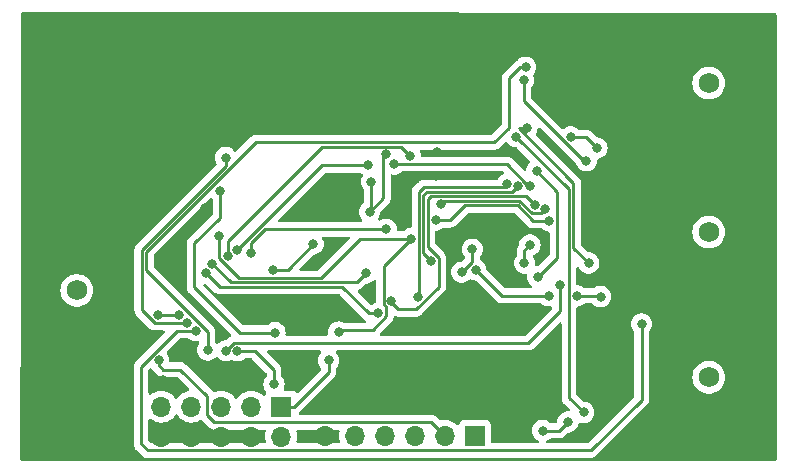
<source format=gbl>
G04 #@! TF.GenerationSoftware,KiCad,Pcbnew,8.0.1*
G04 #@! TF.CreationDate,2024-04-29T17:35:38+03:00*
G04 #@! TF.ProjectId,esc,6573632e-6b69-4636-9164-5f7063625858,rev?*
G04 #@! TF.SameCoordinates,Original*
G04 #@! TF.FileFunction,Copper,L4,Bot*
G04 #@! TF.FilePolarity,Positive*
%FSLAX46Y46*%
G04 Gerber Fmt 4.6, Leading zero omitted, Abs format (unit mm)*
G04 Created by KiCad (PCBNEW 8.0.1) date 2024-04-29 17:35:38*
%MOMM*%
%LPD*%
G01*
G04 APERTURE LIST*
G04 #@! TA.AperFunction,ComponentPad*
%ADD10C,1.755000*%
G04 #@! TD*
G04 #@! TA.AperFunction,ComponentPad*
%ADD11R,1.700000X1.700000*%
G04 #@! TD*
G04 #@! TA.AperFunction,ComponentPad*
%ADD12O,1.700000X1.700000*%
G04 #@! TD*
G04 #@! TA.AperFunction,ViaPad*
%ADD13C,0.800000*%
G04 #@! TD*
G04 #@! TA.AperFunction,Conductor*
%ADD14C,0.250000*%
G04 #@! TD*
G04 APERTURE END LIST*
D10*
X104250000Y-62900000D03*
X104250000Y-50600000D03*
X104250000Y-38000000D03*
X50500000Y-64750000D03*
X50750000Y-55550000D03*
D11*
X84460000Y-67850000D03*
D12*
X81920000Y-67850000D03*
X79380000Y-67850000D03*
X76840000Y-67850000D03*
X74300000Y-67850000D03*
X71760000Y-67850000D03*
D11*
X68065000Y-65385000D03*
D12*
X68065000Y-67925000D03*
X65525000Y-65385000D03*
X65525000Y-67925000D03*
X62985000Y-65385000D03*
X62985000Y-67925000D03*
X60445000Y-65385000D03*
X60445000Y-67925000D03*
X57905000Y-65385000D03*
X57905000Y-67925000D03*
D13*
X72750000Y-64750000D03*
X72810000Y-56870000D03*
X61200000Y-61925000D03*
X81175000Y-45900000D03*
X75625000Y-55875000D03*
X58050000Y-63150000D03*
X80725000Y-58400000D03*
X81225000Y-43850000D03*
X58625000Y-53775000D03*
X71800000Y-64750000D03*
X73850000Y-48400000D03*
X61600000Y-48590000D03*
X71975000Y-52550000D03*
X70630000Y-61380000D03*
X94800000Y-43500000D03*
X89780000Y-54410000D03*
X92570000Y-42550000D03*
X89680000Y-45460000D03*
X84520000Y-53790000D03*
X95100000Y-56075000D03*
X90700000Y-56000000D03*
X93100000Y-56000000D03*
X60110803Y-58311500D03*
X93900000Y-44575000D03*
X88580000Y-37750000D03*
X63350000Y-44300000D03*
X62188300Y-53285603D03*
X75240000Y-54076500D03*
X63541034Y-52658966D03*
X78970000Y-44180000D03*
X65493000Y-52350000D03*
X76950000Y-50360000D03*
X76278534Y-57496466D03*
X61683196Y-54068873D03*
X62825000Y-50950000D03*
X72925000Y-59075000D03*
X79070000Y-51160000D03*
X72075000Y-61475000D03*
X64350000Y-52150000D03*
X75450000Y-44941500D03*
X94100000Y-53225000D03*
X88860000Y-41810000D03*
X88660000Y-53230000D03*
X89114491Y-51688500D03*
X83350000Y-54000000D03*
X84240000Y-52060000D03*
X87970000Y-42520000D03*
X93660000Y-65875000D03*
X60845653Y-58963000D03*
X98575000Y-58400000D03*
X67338000Y-53800000D03*
X75700000Y-46330000D03*
X75540000Y-48910000D03*
X76900000Y-44031500D03*
X70760000Y-51630000D03*
X81127500Y-49600000D03*
X90760000Y-49640000D03*
X81610000Y-48230500D03*
X90414256Y-48665517D03*
X77398000Y-56452221D03*
X89530000Y-48340000D03*
X89090000Y-46670000D03*
X77634138Y-44838777D03*
X88086095Y-46688479D03*
X80740000Y-53060000D03*
X79620000Y-56080000D03*
X87170000Y-46550000D03*
X57688500Y-61440000D03*
X57620000Y-57659500D03*
X59400000Y-57660000D03*
X61850000Y-60590000D03*
X88750000Y-36650000D03*
X63391500Y-60650000D03*
X91650000Y-55125000D03*
X92330000Y-66690000D03*
X90200000Y-67420000D03*
X67450000Y-63500000D03*
X64337272Y-60651336D03*
X67525000Y-59125000D03*
X62875000Y-47150000D03*
D14*
X56200000Y-62006432D02*
X59243432Y-58963000D01*
X56200000Y-68550000D02*
X56200000Y-62006432D01*
X56750000Y-69100000D02*
X56200000Y-68550000D01*
X94270000Y-69100000D02*
X56750000Y-69100000D01*
X59243432Y-58963000D02*
X60845653Y-58963000D01*
X98575000Y-64795000D02*
X94270000Y-69100000D01*
X98575000Y-58400000D02*
X98575000Y-64795000D01*
X61850000Y-59045279D02*
X61850000Y-60590000D01*
X56640000Y-53835279D02*
X61850000Y-59045279D01*
X56640000Y-52260000D02*
X56640000Y-53835279D01*
X65897000Y-43003000D02*
X56640000Y-52260000D01*
X86117000Y-43003000D02*
X65897000Y-43003000D01*
X87350000Y-41770000D02*
X86117000Y-43003000D01*
X88300000Y-36650000D02*
X87350000Y-37600000D01*
X88750000Y-36650000D02*
X88300000Y-36650000D01*
X87350000Y-37600000D02*
X87350000Y-41770000D01*
X64350000Y-52150000D02*
X64350000Y-52137932D01*
X64350000Y-52137932D02*
X71546432Y-44941500D01*
X71546432Y-44941500D02*
X75450000Y-44941500D01*
X63541034Y-51368966D02*
X71530000Y-43380000D01*
X63541034Y-52658966D02*
X63541034Y-51368966D01*
X71530000Y-43380000D02*
X78170000Y-43380000D01*
X78170000Y-43380000D02*
X78970000Y-44180000D01*
X74750000Y-51160000D02*
X79070000Y-51160000D01*
X71417000Y-54493000D02*
X74750000Y-51160000D01*
X64453000Y-54493000D02*
X71417000Y-54493000D01*
X62800000Y-52840000D02*
X64453000Y-54493000D01*
X62800000Y-50975000D02*
X62800000Y-52840000D01*
X62825000Y-50950000D02*
X62800000Y-50975000D01*
X66661090Y-50360000D02*
X76950000Y-50360000D01*
X65493000Y-51528090D02*
X66661090Y-50360000D01*
X65493000Y-52350000D02*
X65493000Y-51528090D01*
X91412000Y-47192000D02*
X89680000Y-45460000D01*
X91412000Y-52778000D02*
X91412000Y-47192000D01*
X93850000Y-42550000D02*
X94800000Y-43500000D01*
X92570000Y-42550000D02*
X93850000Y-42550000D01*
X89780000Y-54410000D02*
X91412000Y-52778000D01*
X90700000Y-56000000D02*
X86730000Y-56000000D01*
X95025000Y-56000000D02*
X93100000Y-56000000D01*
X95100000Y-56075000D02*
X95025000Y-56000000D01*
X86730000Y-56000000D02*
X84520000Y-53790000D01*
X56263000Y-52103842D02*
X56263000Y-57224568D01*
X57349932Y-58311500D02*
X60110803Y-58311500D01*
X63350000Y-44300000D02*
X63350000Y-45016842D01*
X93672932Y-44575000D02*
X88580000Y-39482068D01*
X63350000Y-45016842D02*
X56263000Y-52103842D01*
X56263000Y-57224568D02*
X57349932Y-58311500D01*
X93900000Y-44575000D02*
X93672932Y-44575000D01*
X88580000Y-39482068D02*
X88580000Y-37750000D01*
X63772697Y-54870000D02*
X74446500Y-54870000D01*
X62188300Y-53285603D02*
X63772697Y-54870000D01*
X74446500Y-54870000D02*
X75240000Y-54076500D01*
X76278534Y-57496466D02*
X75496466Y-57496466D01*
X62861323Y-55247000D02*
X61683196Y-54068873D01*
X73247000Y-55247000D02*
X62861323Y-55247000D01*
X75496466Y-57496466D02*
X73247000Y-55247000D01*
X72925000Y-59075000D02*
X73100000Y-58900000D01*
X68065000Y-65385000D02*
X69165000Y-65385000D01*
X76949355Y-57747713D02*
X76949355Y-56925644D01*
X76746000Y-56722289D02*
X76746000Y-53484000D01*
X75797068Y-58900000D02*
X76949355Y-57747713D01*
X76949355Y-56925644D02*
X76746000Y-56722289D01*
X69165000Y-65385000D02*
X72075000Y-62475000D01*
X73100000Y-58900000D02*
X75797068Y-58900000D01*
X76746000Y-53484000D02*
X79070000Y-51160000D01*
X72075000Y-62475000D02*
X72075000Y-61475000D01*
X92802000Y-51927000D02*
X92802000Y-46429932D01*
X92802000Y-46429932D02*
X88182068Y-41810000D01*
X88182068Y-41810000D02*
X88860000Y-41810000D01*
X94100000Y-53225000D02*
X92802000Y-51927000D01*
X88660000Y-53230000D02*
X88660000Y-52142991D01*
X88660000Y-52142991D02*
X89114491Y-51688500D01*
X84240000Y-53110000D02*
X83350000Y-54000000D01*
X84240000Y-52060000D02*
X84240000Y-53110000D01*
X92425000Y-46975000D02*
X87970000Y-42520000D01*
X93660000Y-65875000D02*
X92425000Y-64640000D01*
X92425000Y-64640000D02*
X92425000Y-46975000D01*
X76900000Y-44031500D02*
X76690000Y-44241500D01*
X75700000Y-46330000D02*
X75700000Y-48750000D01*
X67338000Y-53800000D02*
X68600000Y-53800000D01*
X76690000Y-44241500D02*
X76690000Y-47760000D01*
X75700000Y-48750000D02*
X75635000Y-48815000D01*
X70760000Y-51640000D02*
X70760000Y-51630000D01*
X68600000Y-53800000D02*
X70760000Y-51640000D01*
X76690000Y-47760000D02*
X75635000Y-48815000D01*
X75540000Y-48910000D02*
X75635000Y-48815000D01*
X82352568Y-49600000D02*
X83619568Y-48333000D01*
X81127500Y-49600000D02*
X82352568Y-49600000D01*
X88067774Y-48333000D02*
X89374774Y-49640000D01*
X83619568Y-48333000D02*
X88067774Y-48333000D01*
X89374774Y-49640000D02*
X90760000Y-49640000D01*
X81610000Y-48230500D02*
X81884500Y-47956000D01*
X88223932Y-47956000D02*
X89259932Y-48992000D01*
X81884500Y-47956000D02*
X88223932Y-47956000D01*
X89259932Y-48992000D02*
X90087773Y-48992000D01*
X90087773Y-48992000D02*
X90414256Y-48665517D01*
X79482068Y-57140000D02*
X81392000Y-55230068D01*
X80476000Y-47814000D02*
X80711000Y-47579000D01*
X77398000Y-56452221D02*
X77398000Y-56558000D01*
X88769000Y-47579000D02*
X89530000Y-48340000D01*
X80711000Y-47579000D02*
X88769000Y-47579000D01*
X81392000Y-52789932D02*
X80476000Y-51873932D01*
X77398000Y-56558000D02*
X77980000Y-57140000D01*
X81392000Y-55230068D02*
X81392000Y-52789932D01*
X77980000Y-57140000D02*
X79482068Y-57140000D01*
X80476000Y-51873932D02*
X80476000Y-47814000D01*
X88738095Y-46418411D02*
X87158461Y-44838777D01*
X87158461Y-44838777D02*
X77634138Y-44838777D01*
X89090000Y-46670000D02*
X88838411Y-46418411D01*
X88838411Y-46418411D02*
X88738095Y-46418411D01*
X80378000Y-47202000D02*
X87572574Y-47202000D01*
X80099000Y-47481000D02*
X80378000Y-47202000D01*
X80740000Y-53060000D02*
X80099000Y-52419000D01*
X80099000Y-52419000D02*
X80099000Y-47481000D01*
X87572574Y-47202000D02*
X88086095Y-46688479D01*
X79722000Y-55978000D02*
X79620000Y-56080000D01*
X79722000Y-47218000D02*
X79722000Y-55978000D01*
X87170000Y-46550000D02*
X86908160Y-46811840D01*
X80128160Y-46811840D02*
X79722000Y-47218000D01*
X86908160Y-46811840D02*
X80128160Y-46811840D01*
X57688500Y-61440000D02*
X57688500Y-61888500D01*
X57620500Y-57660000D02*
X59400000Y-57660000D01*
X61775000Y-64500000D02*
X61775000Y-66075000D01*
X59525000Y-62250000D02*
X61775000Y-64500000D01*
X59258000Y-57802000D02*
X59400000Y-57660000D01*
X61775000Y-66075000D02*
X62400000Y-66700000D01*
X62400000Y-66700000D02*
X80770000Y-66700000D01*
X57688500Y-61888500D02*
X58050000Y-62250000D01*
X57620000Y-57659500D02*
X57620500Y-57660000D01*
X80770000Y-66700000D02*
X81920000Y-67850000D01*
X58050000Y-62250000D02*
X59525000Y-62250000D01*
X91650000Y-57332068D02*
X88982732Y-59999336D01*
X88982732Y-59999336D02*
X64067204Y-59999336D01*
X64067204Y-59999336D02*
X63416540Y-60650000D01*
X63416540Y-60650000D02*
X63391500Y-60650000D01*
X91650000Y-55125000D02*
X91650000Y-57332068D01*
X67450000Y-62295536D02*
X65805800Y-60651336D01*
X67450000Y-63500000D02*
X67450000Y-62295536D01*
X90200000Y-67420000D02*
X91600000Y-67420000D01*
X65805800Y-60651336D02*
X64337272Y-60651336D01*
X91600000Y-67420000D02*
X92330000Y-66690000D01*
X60675000Y-51575000D02*
X62875000Y-49375000D01*
X64550000Y-59125000D02*
X60675000Y-55250000D01*
X62875000Y-49375000D02*
X62875000Y-47150000D01*
X60675000Y-55250000D02*
X60675000Y-51575000D01*
X67525000Y-59125000D02*
X64550000Y-59125000D01*
G04 #@! TA.AperFunction,Conductor*
G36*
X59259855Y-66051546D02*
G01*
X59276575Y-66070842D01*
X59376913Y-66214140D01*
X59406505Y-66256401D01*
X59573599Y-66423495D01*
X59645346Y-66473733D01*
X59767165Y-66559032D01*
X59767167Y-66559033D01*
X59767170Y-66559035D01*
X59981337Y-66658903D01*
X59981343Y-66658904D01*
X59981344Y-66658905D01*
X60021446Y-66669650D01*
X60209592Y-66720063D01*
X60397918Y-66736539D01*
X60444999Y-66740659D01*
X60445000Y-66740659D01*
X60445001Y-66740659D01*
X60484234Y-66737226D01*
X60680408Y-66720063D01*
X60908663Y-66658903D01*
X61122830Y-66559035D01*
X61138750Y-66547888D01*
X61185588Y-66515091D01*
X61251793Y-66492763D01*
X61319561Y-66509772D01*
X61344393Y-66528984D01*
X61383332Y-66567923D01*
X61383337Y-66567927D01*
X61914141Y-67098732D01*
X61914142Y-67098733D01*
X61987580Y-67172171D01*
X62001269Y-67185860D01*
X62001271Y-67185861D01*
X62078626Y-67237548D01*
X62078627Y-67237548D01*
X62078628Y-67237549D01*
X62103714Y-67254311D01*
X62217548Y-67301463D01*
X62338388Y-67325499D01*
X62338392Y-67325500D01*
X62338393Y-67325500D01*
X62338394Y-67325500D01*
X66665894Y-67325500D01*
X66732933Y-67345185D01*
X66778688Y-67397989D01*
X66788632Y-67467147D01*
X66785669Y-67481593D01*
X66729938Y-67689586D01*
X66729936Y-67689596D01*
X66709341Y-67924999D01*
X66709341Y-67925000D01*
X66729936Y-68160403D01*
X66729938Y-68160413D01*
X66772272Y-68318407D01*
X66770609Y-68388257D01*
X66731446Y-68446119D01*
X66667218Y-68473623D01*
X66652497Y-68474500D01*
X57060453Y-68474500D01*
X56993414Y-68454815D01*
X56972772Y-68438181D01*
X56861819Y-68327228D01*
X56828334Y-68265905D01*
X56825500Y-68239547D01*
X56825500Y-66514758D01*
X56845185Y-66447719D01*
X56897989Y-66401964D01*
X56967147Y-66392020D01*
X57029178Y-66420348D01*
X57029456Y-66420018D01*
X57030652Y-66421021D01*
X57030703Y-66421045D01*
X57030914Y-66421241D01*
X57033591Y-66423487D01*
X57033599Y-66423495D01*
X57105346Y-66473733D01*
X57227165Y-66559032D01*
X57227167Y-66559033D01*
X57227170Y-66559035D01*
X57441337Y-66658903D01*
X57441343Y-66658904D01*
X57441344Y-66658905D01*
X57481446Y-66669650D01*
X57669592Y-66720063D01*
X57857918Y-66736539D01*
X57904999Y-66740659D01*
X57905000Y-66740659D01*
X57905001Y-66740659D01*
X57944234Y-66737226D01*
X58140408Y-66720063D01*
X58368663Y-66658903D01*
X58582830Y-66559035D01*
X58776401Y-66423495D01*
X58943495Y-66256401D01*
X59073425Y-66070842D01*
X59128002Y-66027217D01*
X59197500Y-66020023D01*
X59259855Y-66051546D01*
G37*
G04 #@! TD.AperFunction*
G04 #@! TA.AperFunction,Conductor*
G36*
X72947837Y-67345185D02*
G01*
X72993592Y-67397989D01*
X73003536Y-67467147D01*
X73000573Y-67481593D01*
X72964938Y-67614586D01*
X72964936Y-67614596D01*
X72944341Y-67849999D01*
X72944341Y-67850000D01*
X72964936Y-68085403D01*
X72964938Y-68085413D01*
X73027368Y-68318407D01*
X73025705Y-68388257D01*
X72986542Y-68446119D01*
X72922314Y-68473623D01*
X72907593Y-68474500D01*
X69477503Y-68474500D01*
X69410464Y-68454815D01*
X69364709Y-68402011D01*
X69354765Y-68332853D01*
X69357728Y-68318407D01*
X69370887Y-68269297D01*
X69400063Y-68160408D01*
X69420659Y-67925000D01*
X69400063Y-67689592D01*
X69373512Y-67590500D01*
X69344331Y-67481593D01*
X69345994Y-67411743D01*
X69385157Y-67353881D01*
X69449386Y-67326377D01*
X69464106Y-67325500D01*
X72880798Y-67325500D01*
X72947837Y-67345185D01*
G37*
G04 #@! TD.AperFunction*
G04 #@! TA.AperFunction,Conductor*
G36*
X91718834Y-58250337D02*
G01*
X91774767Y-58292209D01*
X91799184Y-58357673D01*
X91799500Y-58366519D01*
X91799500Y-64701606D01*
X91811014Y-64759497D01*
X91818332Y-64796285D01*
X91818332Y-64796287D01*
X91823535Y-64822444D01*
X91823536Y-64822446D01*
X91823537Y-64822451D01*
X91855820Y-64900391D01*
X91870688Y-64936287D01*
X91896223Y-64974500D01*
X91896224Y-64974502D01*
X91939141Y-65038733D01*
X92030586Y-65130178D01*
X92030608Y-65130198D01*
X92478229Y-65577819D01*
X92511714Y-65639142D01*
X92506730Y-65708834D01*
X92464858Y-65764767D01*
X92399394Y-65789184D01*
X92390548Y-65789500D01*
X92235354Y-65789500D01*
X92202897Y-65796398D01*
X92050197Y-65828855D01*
X92050192Y-65828857D01*
X91877270Y-65905848D01*
X91877265Y-65905851D01*
X91724129Y-66017111D01*
X91597466Y-66157785D01*
X91502821Y-66321715D01*
X91502818Y-66321722D01*
X91444327Y-66501740D01*
X91444326Y-66501744D01*
X91427808Y-66658905D01*
X91426679Y-66669650D01*
X91400094Y-66734264D01*
X91391042Y-66744366D01*
X91377231Y-66758178D01*
X91315909Y-66791665D01*
X91289547Y-66794500D01*
X90903748Y-66794500D01*
X90836709Y-66774815D01*
X90811600Y-66753474D01*
X90805873Y-66747114D01*
X90805869Y-66747110D01*
X90652734Y-66635851D01*
X90652729Y-66635848D01*
X90479807Y-66558857D01*
X90479802Y-66558855D01*
X90334001Y-66527865D01*
X90294646Y-66519500D01*
X90105354Y-66519500D01*
X90072897Y-66526398D01*
X89920197Y-66558855D01*
X89920192Y-66558857D01*
X89747270Y-66635848D01*
X89747265Y-66635851D01*
X89594129Y-66747111D01*
X89467466Y-66887785D01*
X89372821Y-67051715D01*
X89372818Y-67051722D01*
X89317422Y-67222216D01*
X89314326Y-67231744D01*
X89294540Y-67420000D01*
X89314326Y-67608256D01*
X89314327Y-67608259D01*
X89372818Y-67788277D01*
X89372821Y-67788284D01*
X89467467Y-67952216D01*
X89588401Y-68086526D01*
X89594129Y-68092888D01*
X89747265Y-68204148D01*
X89747270Y-68204151D01*
X89821545Y-68237221D01*
X89874782Y-68282471D01*
X89895103Y-68349321D01*
X89876057Y-68416544D01*
X89823691Y-68462799D01*
X89771109Y-68474500D01*
X85934500Y-68474500D01*
X85867461Y-68454815D01*
X85821706Y-68402011D01*
X85810500Y-68350500D01*
X85810499Y-66952129D01*
X85810498Y-66952123D01*
X85804091Y-66892516D01*
X85753797Y-66757671D01*
X85753793Y-66757664D01*
X85667547Y-66642455D01*
X85667544Y-66642452D01*
X85552335Y-66556206D01*
X85552328Y-66556202D01*
X85417482Y-66505908D01*
X85417483Y-66505908D01*
X85357883Y-66499501D01*
X85357881Y-66499500D01*
X85357873Y-66499500D01*
X85357864Y-66499500D01*
X83562129Y-66499500D01*
X83562123Y-66499501D01*
X83502516Y-66505908D01*
X83367671Y-66556202D01*
X83367664Y-66556206D01*
X83252455Y-66642452D01*
X83252452Y-66642455D01*
X83166206Y-66757664D01*
X83166203Y-66757669D01*
X83117189Y-66889083D01*
X83075317Y-66945016D01*
X83009853Y-66969433D01*
X82941580Y-66954581D01*
X82913326Y-66933430D01*
X82791402Y-66811506D01*
X82791395Y-66811501D01*
X82763066Y-66791665D01*
X82714518Y-66757671D01*
X82597834Y-66675967D01*
X82597830Y-66675965D01*
X82561245Y-66658905D01*
X82383663Y-66576097D01*
X82383659Y-66576096D01*
X82383655Y-66576094D01*
X82155413Y-66514938D01*
X82155403Y-66514936D01*
X81920001Y-66494341D01*
X81919999Y-66494341D01*
X81684596Y-66514936D01*
X81684586Y-66514938D01*
X81584126Y-66541856D01*
X81514276Y-66540193D01*
X81464352Y-66509762D01*
X81262928Y-66308338D01*
X81262925Y-66308334D01*
X81262925Y-66308335D01*
X81255858Y-66301268D01*
X81255858Y-66301267D01*
X81168733Y-66214142D01*
X81168732Y-66214141D01*
X81168731Y-66214140D01*
X81104595Y-66171286D01*
X81104594Y-66171285D01*
X81066290Y-66145690D01*
X81066286Y-66145688D01*
X80978354Y-66109266D01*
X80978352Y-66109264D01*
X80952455Y-66098538D01*
X80952453Y-66098537D01*
X80952452Y-66098537D01*
X80892029Y-66086518D01*
X80831610Y-66074500D01*
X80831607Y-66074500D01*
X80831606Y-66074500D01*
X69659454Y-66074500D01*
X69592415Y-66054815D01*
X69546660Y-66002011D01*
X69536716Y-65932853D01*
X69565741Y-65869297D01*
X69571772Y-65862819D01*
X69605736Y-65828855D01*
X69650858Y-65783733D01*
X69650858Y-65783731D01*
X69661066Y-65773524D01*
X69661067Y-65773521D01*
X72560857Y-62873734D01*
X72629311Y-62771286D01*
X72676463Y-62657452D01*
X72700500Y-62536607D01*
X72700500Y-62413394D01*
X72700500Y-62173687D01*
X72720185Y-62106648D01*
X72732350Y-62090715D01*
X72768367Y-62050714D01*
X72807533Y-62007216D01*
X72807534Y-62007213D01*
X72807536Y-62007212D01*
X72846196Y-61940248D01*
X72902179Y-61843284D01*
X72960674Y-61663256D01*
X72980460Y-61475000D01*
X72960674Y-61286744D01*
X72902179Y-61106716D01*
X72807533Y-60942784D01*
X72707607Y-60831805D01*
X72677379Y-60768817D01*
X72686004Y-60699482D01*
X72730745Y-60645816D01*
X72797398Y-60624858D01*
X72799759Y-60624836D01*
X89044339Y-60624836D01*
X89104761Y-60612817D01*
X89165184Y-60600799D01*
X89218159Y-60578856D01*
X89279018Y-60553648D01*
X89330241Y-60519420D01*
X89381465Y-60485194D01*
X89468590Y-60398069D01*
X89468590Y-60398067D01*
X89478798Y-60387860D01*
X89478799Y-60387857D01*
X91587821Y-58278836D01*
X91649142Y-58245353D01*
X91718834Y-58250337D01*
G37*
G04 #@! TD.AperFunction*
G04 #@! TA.AperFunction,Conductor*
G36*
X57067575Y-62125958D02*
G01*
X57123509Y-62167829D01*
X57133599Y-62183685D01*
X57134185Y-62184781D01*
X57160492Y-62224151D01*
X57160493Y-62224153D01*
X57202641Y-62287232D01*
X57202644Y-62287236D01*
X57294086Y-62378678D01*
X57294108Y-62378698D01*
X57561016Y-62645606D01*
X57561045Y-62645637D01*
X57651263Y-62735855D01*
X57651267Y-62735858D01*
X57753707Y-62804307D01*
X57753713Y-62804310D01*
X57753714Y-62804311D01*
X57867548Y-62851463D01*
X57927971Y-62863481D01*
X57988393Y-62875500D01*
X57988394Y-62875500D01*
X59214548Y-62875500D01*
X59281587Y-62895185D01*
X59302229Y-62911819D01*
X60239713Y-63849304D01*
X60273198Y-63910627D01*
X60268214Y-63980319D01*
X60226342Y-64036252D01*
X60184125Y-64056760D01*
X59981344Y-64111094D01*
X59981335Y-64111098D01*
X59767171Y-64210964D01*
X59767169Y-64210965D01*
X59573597Y-64346505D01*
X59406505Y-64513597D01*
X59276575Y-64699158D01*
X59221998Y-64742783D01*
X59152500Y-64749977D01*
X59090145Y-64718454D01*
X59073425Y-64699158D01*
X58943494Y-64513597D01*
X58776402Y-64346506D01*
X58776395Y-64346501D01*
X58582834Y-64210967D01*
X58582830Y-64210965D01*
X58582828Y-64210964D01*
X58368663Y-64111097D01*
X58368659Y-64111096D01*
X58368655Y-64111094D01*
X58140413Y-64049938D01*
X58140403Y-64049936D01*
X57905001Y-64029341D01*
X57904999Y-64029341D01*
X57669596Y-64049936D01*
X57669586Y-64049938D01*
X57441344Y-64111094D01*
X57441335Y-64111098D01*
X57227171Y-64210964D01*
X57227169Y-64210965D01*
X57033594Y-64346508D01*
X57029449Y-64349986D01*
X57027813Y-64348036D01*
X56975858Y-64376407D01*
X56906166Y-64371423D01*
X56850233Y-64329551D01*
X56825816Y-64264087D01*
X56825500Y-64255241D01*
X56825500Y-62316883D01*
X56845185Y-62249844D01*
X56861810Y-62229211D01*
X56936565Y-62154456D01*
X56997883Y-62120974D01*
X57067575Y-62125958D01*
G37*
G04 #@! TD.AperFunction*
G04 #@! TA.AperFunction,Conductor*
G36*
X60208944Y-59608185D02*
G01*
X60234053Y-59629526D01*
X60239779Y-59635885D01*
X60239783Y-59635889D01*
X60392918Y-59747148D01*
X60392923Y-59747151D01*
X60565845Y-59824142D01*
X60565850Y-59824144D01*
X60751007Y-59863500D01*
X60751008Y-59863500D01*
X60940297Y-59863500D01*
X60940299Y-59863500D01*
X61002446Y-59850290D01*
X61072112Y-59855606D01*
X61127845Y-59897743D01*
X61151951Y-59963322D01*
X61136774Y-60031524D01*
X61120383Y-60054545D01*
X61117466Y-60057785D01*
X61022821Y-60221715D01*
X61022818Y-60221722D01*
X60968839Y-60387854D01*
X60964326Y-60401744D01*
X60944540Y-60590000D01*
X60964326Y-60778256D01*
X60964327Y-60778259D01*
X61022818Y-60958277D01*
X61022821Y-60958284D01*
X61117467Y-61122216D01*
X61198412Y-61212114D01*
X61244129Y-61262888D01*
X61397265Y-61374148D01*
X61397270Y-61374151D01*
X61570192Y-61451142D01*
X61570197Y-61451144D01*
X61755354Y-61490500D01*
X61755355Y-61490500D01*
X61944644Y-61490500D01*
X61944646Y-61490500D01*
X62129803Y-61451144D01*
X62302730Y-61374151D01*
X62455871Y-61262888D01*
X62501589Y-61212113D01*
X62561072Y-61175466D01*
X62630929Y-61176795D01*
X62685887Y-61212114D01*
X62785629Y-61322888D01*
X62938765Y-61434148D01*
X62938770Y-61434151D01*
X63111692Y-61511142D01*
X63111697Y-61511144D01*
X63296854Y-61550500D01*
X63296855Y-61550500D01*
X63486144Y-61550500D01*
X63486146Y-61550500D01*
X63671303Y-61511144D01*
X63752483Y-61475000D01*
X63812450Y-61448301D01*
X63881700Y-61439016D01*
X63913322Y-61448301D01*
X64057464Y-61512478D01*
X64057469Y-61512480D01*
X64242626Y-61551836D01*
X64242627Y-61551836D01*
X64431916Y-61551836D01*
X64431918Y-61551836D01*
X64617075Y-61512480D01*
X64790002Y-61435487D01*
X64943143Y-61324224D01*
X64946060Y-61320983D01*
X64948872Y-61317862D01*
X65008359Y-61281215D01*
X65041020Y-61276836D01*
X65495348Y-61276836D01*
X65562387Y-61296521D01*
X65583029Y-61313155D01*
X66788181Y-62518307D01*
X66821666Y-62579630D01*
X66824500Y-62605988D01*
X66824500Y-62801312D01*
X66804815Y-62868351D01*
X66792650Y-62884284D01*
X66717466Y-62967784D01*
X66622821Y-63131715D01*
X66622818Y-63131722D01*
X66564327Y-63311740D01*
X66564326Y-63311744D01*
X66544540Y-63500000D01*
X66564326Y-63688256D01*
X66564327Y-63688259D01*
X66622818Y-63868277D01*
X66622821Y-63868284D01*
X66717467Y-64032216D01*
X66779639Y-64101265D01*
X66785094Y-64107323D01*
X66815324Y-64170314D01*
X66806699Y-64239649D01*
X66792212Y-64264604D01*
X66771205Y-64292665D01*
X66771203Y-64292669D01*
X66722189Y-64424083D01*
X66680317Y-64480016D01*
X66614853Y-64504433D01*
X66546580Y-64489581D01*
X66518326Y-64468430D01*
X66396402Y-64346506D01*
X66396395Y-64346501D01*
X66202834Y-64210967D01*
X66202830Y-64210965D01*
X66202828Y-64210964D01*
X65988663Y-64111097D01*
X65988659Y-64111096D01*
X65988655Y-64111094D01*
X65760413Y-64049938D01*
X65760403Y-64049936D01*
X65525001Y-64029341D01*
X65524999Y-64029341D01*
X65289596Y-64049936D01*
X65289586Y-64049938D01*
X65061344Y-64111094D01*
X65061335Y-64111098D01*
X64847171Y-64210964D01*
X64847169Y-64210965D01*
X64653597Y-64346505D01*
X64486505Y-64513597D01*
X64356575Y-64699158D01*
X64301998Y-64742783D01*
X64232500Y-64749977D01*
X64170145Y-64718454D01*
X64153425Y-64699158D01*
X64023494Y-64513597D01*
X63856402Y-64346506D01*
X63856395Y-64346501D01*
X63662834Y-64210967D01*
X63662830Y-64210965D01*
X63662828Y-64210964D01*
X63448663Y-64111097D01*
X63448659Y-64111096D01*
X63448655Y-64111094D01*
X63220413Y-64049938D01*
X63220403Y-64049936D01*
X62985001Y-64029341D01*
X62984999Y-64029341D01*
X62749596Y-64049936D01*
X62749586Y-64049938D01*
X62521344Y-64111094D01*
X62521339Y-64111096D01*
X62424152Y-64156415D01*
X62355074Y-64166906D01*
X62291291Y-64138386D01*
X62268644Y-64112920D01*
X62267425Y-64111096D01*
X62260858Y-64101267D01*
X62260857Y-64101265D01*
X62260855Y-64101263D01*
X60017928Y-61858338D01*
X60017925Y-61858334D01*
X60017925Y-61858335D01*
X60010858Y-61851268D01*
X60010858Y-61851267D01*
X59923733Y-61764142D01*
X59923732Y-61764141D01*
X59923731Y-61764140D01*
X59872509Y-61729915D01*
X59821287Y-61695689D01*
X59821286Y-61695688D01*
X59821283Y-61695686D01*
X59821280Y-61695685D01*
X59740792Y-61662347D01*
X59707454Y-61648538D01*
X59707455Y-61648538D01*
X59707452Y-61648537D01*
X59707448Y-61648536D01*
X59707444Y-61648535D01*
X59633054Y-61633738D01*
X59633053Y-61633738D01*
X59586611Y-61624500D01*
X59586607Y-61624500D01*
X59586606Y-61624500D01*
X58712284Y-61624500D01*
X58645245Y-61604815D01*
X58599490Y-61552011D01*
X58588963Y-61487540D01*
X58593960Y-61440000D01*
X58574174Y-61251744D01*
X58515679Y-61071716D01*
X58421033Y-60907784D01*
X58387103Y-60870101D01*
X58356873Y-60807110D01*
X58365498Y-60737774D01*
X58391569Y-60699451D01*
X59466203Y-59624819D01*
X59527526Y-59591334D01*
X59553884Y-59588500D01*
X60141905Y-59588500D01*
X60208944Y-59608185D01*
G37*
G04 #@! TD.AperFunction*
G04 #@! TA.AperFunction,Conductor*
G36*
X71417280Y-60644521D02*
G01*
X71463035Y-60697325D01*
X71472979Y-60766483D01*
X71443954Y-60830039D01*
X71442460Y-60831729D01*
X71360297Y-60922981D01*
X71342464Y-60942787D01*
X71247821Y-61106715D01*
X71247818Y-61106722D01*
X71200698Y-61251744D01*
X71189326Y-61286744D01*
X71169540Y-61475000D01*
X71189326Y-61663256D01*
X71189327Y-61663259D01*
X71247818Y-61843277D01*
X71247821Y-61843284D01*
X71342464Y-62007212D01*
X71342465Y-62007214D01*
X71413319Y-62085905D01*
X71443549Y-62148896D01*
X71434924Y-62218232D01*
X71408850Y-62256558D01*
X69465954Y-64199454D01*
X69404631Y-64232939D01*
X69334939Y-64227955D01*
X69279007Y-64186085D01*
X69275026Y-64180767D01*
X69272546Y-64177454D01*
X69272544Y-64177453D01*
X69272544Y-64177452D01*
X69157335Y-64091206D01*
X69157328Y-64091202D01*
X69022482Y-64040908D01*
X69022483Y-64040908D01*
X68962883Y-64034501D01*
X68962881Y-64034500D01*
X68962873Y-64034500D01*
X68962865Y-64034500D01*
X68393844Y-64034500D01*
X68326805Y-64014815D01*
X68281050Y-63962011D01*
X68271106Y-63892853D01*
X68275913Y-63872182D01*
X68315845Y-63749283D01*
X68335674Y-63688256D01*
X68355460Y-63500000D01*
X68335674Y-63311744D01*
X68277179Y-63131716D01*
X68182533Y-62967784D01*
X68132142Y-62911819D01*
X68107350Y-62884284D01*
X68077120Y-62821292D01*
X68075500Y-62801312D01*
X68075500Y-62233929D01*
X68075499Y-62233925D01*
X68072378Y-62218232D01*
X68051463Y-62113084D01*
X68007611Y-62007216D01*
X68004312Y-61999251D01*
X67973885Y-61953714D01*
X67935858Y-61896803D01*
X67935855Y-61896799D01*
X67845637Y-61806581D01*
X67845606Y-61806552D01*
X66875571Y-60836517D01*
X66842086Y-60775194D01*
X66847070Y-60705502D01*
X66888942Y-60649569D01*
X66954406Y-60625152D01*
X66963252Y-60624836D01*
X71350241Y-60624836D01*
X71417280Y-60644521D01*
G37*
G04 #@! TD.AperFunction*
G04 #@! TA.AperFunction,Conductor*
G36*
X62162088Y-47725014D02*
G01*
X62210897Y-47758217D01*
X62217643Y-47765708D01*
X62247878Y-47828697D01*
X62249500Y-47848687D01*
X62249500Y-49064547D01*
X62229815Y-49131586D01*
X62213181Y-49152228D01*
X61257481Y-50107928D01*
X60276270Y-51089139D01*
X60276267Y-51089142D01*
X60238262Y-51127147D01*
X60189140Y-51176268D01*
X60158849Y-51221604D01*
X60158847Y-51221607D01*
X60134461Y-51258102D01*
X60120687Y-51278715D01*
X60120685Y-51278718D01*
X60093995Y-51343156D01*
X60087347Y-51359207D01*
X60081823Y-51372543D01*
X60073537Y-51392545D01*
X60073535Y-51392552D01*
X60063870Y-51441140D01*
X60063871Y-51441141D01*
X60051035Y-51505680D01*
X60051033Y-51505689D01*
X60049500Y-51513393D01*
X60049500Y-55311611D01*
X60057633Y-55352498D01*
X60057633Y-55352499D01*
X60070106Y-55415207D01*
X60070107Y-55415210D01*
X60073537Y-55432451D01*
X60119238Y-55542785D01*
X60120689Y-55546288D01*
X60123173Y-55550005D01*
X60142724Y-55579264D01*
X60142725Y-55579267D01*
X60142726Y-55579267D01*
X60189140Y-55648731D01*
X60189141Y-55648732D01*
X60189142Y-55648733D01*
X60276267Y-55735858D01*
X60276268Y-55735858D01*
X60283335Y-55742925D01*
X60283334Y-55742925D01*
X60283338Y-55742928D01*
X63792670Y-59252261D01*
X63826155Y-59313584D01*
X63821171Y-59383276D01*
X63779299Y-59439209D01*
X63773887Y-59443039D01*
X63757026Y-59454307D01*
X63757019Y-59454312D01*
X63668472Y-59513476D01*
X63624909Y-59557039D01*
X63581346Y-59600603D01*
X63468768Y-59713181D01*
X63407445Y-59746666D01*
X63381087Y-59749500D01*
X63296854Y-59749500D01*
X63264397Y-59756398D01*
X63111697Y-59788855D01*
X63111692Y-59788857D01*
X62938770Y-59865848D01*
X62938765Y-59865851D01*
X62785629Y-59977111D01*
X62785628Y-59977112D01*
X62739911Y-60027886D01*
X62680424Y-60064534D01*
X62610567Y-60063203D01*
X62555612Y-60027885D01*
X62507350Y-59974284D01*
X62477120Y-59911292D01*
X62475500Y-59891312D01*
X62475500Y-59113020D01*
X62475501Y-59112999D01*
X62475501Y-58983670D01*
X62452056Y-58865808D01*
X62452056Y-58865807D01*
X62451463Y-58862827D01*
X62412302Y-58768284D01*
X62404310Y-58748990D01*
X62335858Y-58646546D01*
X62335855Y-58646542D01*
X57301819Y-53612506D01*
X57268334Y-53551183D01*
X57265500Y-53524825D01*
X57265500Y-52570451D01*
X57285185Y-52503412D01*
X57301814Y-52482775D01*
X62031075Y-47753513D01*
X62092396Y-47720030D01*
X62162088Y-47725014D01*
G37*
G04 #@! TD.AperFunction*
G04 #@! TA.AperFunction,Conductor*
G36*
X61582051Y-54969468D02*
G01*
X61582051Y-54969373D01*
X61588550Y-54969373D01*
X61647744Y-54969373D01*
X61714783Y-54989058D01*
X61735425Y-55005692D01*
X62372339Y-55642606D01*
X62372368Y-55642637D01*
X62462586Y-55732855D01*
X62462590Y-55732858D01*
X62565030Y-55801307D01*
X62565036Y-55801310D01*
X62565037Y-55801311D01*
X62678871Y-55848463D01*
X62739294Y-55860481D01*
X62799716Y-55872500D01*
X62799717Y-55872500D01*
X72936548Y-55872500D01*
X73003587Y-55892185D01*
X73024228Y-55908818D01*
X75010607Y-57895198D01*
X75010608Y-57895199D01*
X75071691Y-57956282D01*
X75097734Y-57982325D01*
X75195122Y-58047398D01*
X75239927Y-58101010D01*
X75248634Y-58170335D01*
X75218479Y-58233363D01*
X75159036Y-58270082D01*
X75126231Y-58274500D01*
X73367367Y-58274500D01*
X73316931Y-58263779D01*
X73204807Y-58213857D01*
X73204802Y-58213855D01*
X73059001Y-58182865D01*
X73019646Y-58174500D01*
X72830354Y-58174500D01*
X72797897Y-58181398D01*
X72645197Y-58213855D01*
X72645192Y-58213857D01*
X72472270Y-58290848D01*
X72472265Y-58290851D01*
X72319129Y-58402111D01*
X72192466Y-58542785D01*
X72097821Y-58706715D01*
X72097818Y-58706722D01*
X72039327Y-58886740D01*
X72039326Y-58886744D01*
X72019540Y-59075000D01*
X72036553Y-59236876D01*
X72023985Y-59305604D01*
X71976252Y-59356628D01*
X71913233Y-59373836D01*
X68542022Y-59373836D01*
X68474983Y-59354151D01*
X68429228Y-59301347D01*
X68418701Y-59236877D01*
X68430460Y-59125000D01*
X68410674Y-58936744D01*
X68352179Y-58756716D01*
X68257533Y-58592784D01*
X68130871Y-58452112D01*
X68130870Y-58452111D01*
X67977734Y-58340851D01*
X67977729Y-58340848D01*
X67804807Y-58263857D01*
X67804802Y-58263855D01*
X67659001Y-58232865D01*
X67619646Y-58224500D01*
X67430354Y-58224500D01*
X67397897Y-58231398D01*
X67245197Y-58263855D01*
X67245192Y-58263857D01*
X67072270Y-58340848D01*
X67072265Y-58340851D01*
X66919130Y-58452110D01*
X66919126Y-58452114D01*
X66913400Y-58458474D01*
X66853913Y-58495121D01*
X66821252Y-58499500D01*
X64860453Y-58499500D01*
X64793414Y-58479815D01*
X64772772Y-58463181D01*
X61490207Y-55180616D01*
X61456722Y-55119293D01*
X61461706Y-55049601D01*
X61503578Y-54993668D01*
X61569042Y-54969251D01*
X61582051Y-54969468D01*
G37*
G04 #@! TD.AperFunction*
G04 #@! TA.AperFunction,Conductor*
G36*
X87824361Y-48978185D02*
G01*
X87845003Y-48994819D01*
X88885790Y-50035606D01*
X88885819Y-50035637D01*
X88976038Y-50125856D01*
X88976041Y-50125858D01*
X89027264Y-50160084D01*
X89078488Y-50194312D01*
X89142278Y-50220734D01*
X89192322Y-50241463D01*
X89232728Y-50249500D01*
X89313165Y-50265499D01*
X89313166Y-50265500D01*
X89313167Y-50265500D01*
X89313168Y-50265500D01*
X90056252Y-50265500D01*
X90123291Y-50285185D01*
X90148400Y-50306526D01*
X90154126Y-50312885D01*
X90154130Y-50312889D01*
X90307265Y-50424148D01*
X90307270Y-50424151D01*
X90480192Y-50501142D01*
X90480197Y-50501144D01*
X90665354Y-50540500D01*
X90665355Y-50540500D01*
X90671822Y-50541180D01*
X90671612Y-50543175D01*
X90729539Y-50560185D01*
X90775294Y-50612989D01*
X90786500Y-50664500D01*
X90786500Y-52467547D01*
X90766815Y-52534586D01*
X90750181Y-52555228D01*
X89832229Y-53473181D01*
X89770906Y-53506666D01*
X89744548Y-53509500D01*
X89678856Y-53509500D01*
X89678856Y-53507925D01*
X89617963Y-53496783D01*
X89566944Y-53449046D01*
X89549832Y-53381304D01*
X89550417Y-53373122D01*
X89565460Y-53230000D01*
X89545674Y-53041744D01*
X89487179Y-52861716D01*
X89484296Y-52856722D01*
X89393712Y-52699824D01*
X89377239Y-52631924D01*
X89400092Y-52565897D01*
X89450660Y-52524547D01*
X89567221Y-52472651D01*
X89720362Y-52361388D01*
X89847024Y-52220716D01*
X89941670Y-52056784D01*
X90000165Y-51876756D01*
X90019951Y-51688500D01*
X90000165Y-51500244D01*
X89941670Y-51320216D01*
X89847024Y-51156284D01*
X89720362Y-51015612D01*
X89720361Y-51015611D01*
X89567225Y-50904351D01*
X89567220Y-50904348D01*
X89394298Y-50827357D01*
X89394293Y-50827355D01*
X89248492Y-50796365D01*
X89209137Y-50788000D01*
X89019845Y-50788000D01*
X88987388Y-50794898D01*
X88834688Y-50827355D01*
X88834683Y-50827357D01*
X88661761Y-50904348D01*
X88661756Y-50904351D01*
X88508620Y-51015611D01*
X88381957Y-51156285D01*
X88287312Y-51320215D01*
X88287309Y-51320222D01*
X88228818Y-51500240D01*
X88228817Y-51500244D01*
X88222171Y-51563478D01*
X88211169Y-51668150D01*
X88184584Y-51732765D01*
X88175545Y-51742854D01*
X88174148Y-51744250D01*
X88174143Y-51744256D01*
X88174142Y-51744258D01*
X88139915Y-51795481D01*
X88139914Y-51795483D01*
X88139913Y-51795482D01*
X88105690Y-51846699D01*
X88105688Y-51846704D01*
X88087288Y-51891127D01*
X88087288Y-51891128D01*
X88058537Y-51960537D01*
X88058535Y-51960543D01*
X88056570Y-51970426D01*
X88056570Y-51970429D01*
X88042288Y-52042236D01*
X88038755Y-52059997D01*
X88038754Y-52060001D01*
X88034500Y-52081384D01*
X88034500Y-52531312D01*
X88014815Y-52598351D01*
X88002650Y-52614284D01*
X87927466Y-52697784D01*
X87832821Y-52861715D01*
X87832818Y-52861722D01*
X87774327Y-53041740D01*
X87774326Y-53041744D01*
X87754540Y-53230000D01*
X87774326Y-53418256D01*
X87774327Y-53418259D01*
X87832818Y-53598277D01*
X87832821Y-53598284D01*
X87927467Y-53762216D01*
X88049627Y-53897888D01*
X88054129Y-53902888D01*
X88207265Y-54014148D01*
X88207270Y-54014151D01*
X88380192Y-54091142D01*
X88380197Y-54091144D01*
X88565354Y-54130500D01*
X88565355Y-54130500D01*
X88761145Y-54130500D01*
X88761145Y-54132080D01*
X88822010Y-54143203D01*
X88873040Y-54190928D01*
X88890168Y-54258666D01*
X88889578Y-54266911D01*
X88879192Y-54365734D01*
X88876387Y-54392431D01*
X88874540Y-54410000D01*
X88894326Y-54598256D01*
X88896077Y-54603645D01*
X88952818Y-54778277D01*
X88952821Y-54778284D01*
X89047467Y-54942216D01*
X89111488Y-55013318D01*
X89174129Y-55082888D01*
X89266751Y-55150182D01*
X89309417Y-55205512D01*
X89315396Y-55275125D01*
X89282790Y-55336920D01*
X89221952Y-55371277D01*
X89193866Y-55374500D01*
X87040452Y-55374500D01*
X86973413Y-55354815D01*
X86952771Y-55338181D01*
X85458960Y-53844370D01*
X85425475Y-53783047D01*
X85423323Y-53769671D01*
X85405674Y-53601744D01*
X85347179Y-53421716D01*
X85252533Y-53257784D01*
X85125871Y-53117112D01*
X85125870Y-53117111D01*
X84972732Y-53005849D01*
X84939063Y-52990859D01*
X84885827Y-52945608D01*
X84865506Y-52878759D01*
X84865500Y-52877580D01*
X84865500Y-52758687D01*
X84885185Y-52691648D01*
X84897350Y-52675715D01*
X84936779Y-52631924D01*
X84972533Y-52592216D01*
X85067179Y-52428284D01*
X85125674Y-52248256D01*
X85145460Y-52060000D01*
X85125674Y-51871744D01*
X85067179Y-51691716D01*
X84972533Y-51527784D01*
X84845871Y-51387112D01*
X84807466Y-51359209D01*
X84692734Y-51275851D01*
X84692729Y-51275848D01*
X84519807Y-51198857D01*
X84519802Y-51198855D01*
X84374001Y-51167865D01*
X84334646Y-51159500D01*
X84145354Y-51159500D01*
X84112897Y-51166398D01*
X83960197Y-51198855D01*
X83960192Y-51198857D01*
X83787270Y-51275848D01*
X83787265Y-51275851D01*
X83634129Y-51387111D01*
X83507466Y-51527785D01*
X83412821Y-51691715D01*
X83412818Y-51691722D01*
X83356107Y-51866262D01*
X83354326Y-51871744D01*
X83334540Y-52060000D01*
X83354326Y-52248256D01*
X83354327Y-52248259D01*
X83412818Y-52428277D01*
X83412821Y-52428284D01*
X83507467Y-52592216D01*
X83530776Y-52618103D01*
X83582650Y-52675715D01*
X83612880Y-52738706D01*
X83614500Y-52758687D01*
X83614500Y-52799548D01*
X83594815Y-52866587D01*
X83578181Y-52887229D01*
X83402229Y-53063181D01*
X83340906Y-53096666D01*
X83314548Y-53099500D01*
X83255354Y-53099500D01*
X83222897Y-53106398D01*
X83070197Y-53138855D01*
X83070192Y-53138857D01*
X82897270Y-53215848D01*
X82897265Y-53215851D01*
X82744129Y-53327111D01*
X82617466Y-53467785D01*
X82522821Y-53631715D01*
X82522818Y-53631722D01*
X82469763Y-53795011D01*
X82464326Y-53811744D01*
X82444540Y-54000000D01*
X82464326Y-54188256D01*
X82464327Y-54188259D01*
X82522818Y-54368277D01*
X82522821Y-54368284D01*
X82617467Y-54532216D01*
X82739502Y-54667749D01*
X82744129Y-54672888D01*
X82897265Y-54784148D01*
X82897270Y-54784151D01*
X83070192Y-54861142D01*
X83070197Y-54861144D01*
X83255354Y-54900500D01*
X83255355Y-54900500D01*
X83444644Y-54900500D01*
X83444646Y-54900500D01*
X83629803Y-54861144D01*
X83802730Y-54784151D01*
X83955871Y-54672888D01*
X83990928Y-54633951D01*
X84050413Y-54597304D01*
X84120270Y-54598633D01*
X84133512Y-54603644D01*
X84240197Y-54651144D01*
X84425354Y-54690500D01*
X84484548Y-54690500D01*
X84551587Y-54710185D01*
X84572229Y-54726819D01*
X86241016Y-56395606D01*
X86241045Y-56395637D01*
X86331265Y-56485857D01*
X86339931Y-56491647D01*
X86374130Y-56514498D01*
X86374132Y-56514500D01*
X86374133Y-56514500D01*
X86433714Y-56554312D01*
X86514207Y-56587652D01*
X86547548Y-56601463D01*
X86560519Y-56604043D01*
X86584252Y-56608764D01*
X86584272Y-56608767D01*
X86584294Y-56608772D01*
X86668391Y-56625499D01*
X86668392Y-56625500D01*
X86668393Y-56625500D01*
X86668394Y-56625500D01*
X89996252Y-56625500D01*
X90063291Y-56645185D01*
X90088400Y-56666526D01*
X90094126Y-56672885D01*
X90094130Y-56672889D01*
X90247265Y-56784148D01*
X90247270Y-56784151D01*
X90420192Y-56861142D01*
X90420197Y-56861144D01*
X90605354Y-56900500D01*
X90605355Y-56900500D01*
X90794644Y-56900500D01*
X90794646Y-56900500D01*
X90874719Y-56883480D01*
X90944386Y-56888796D01*
X91000120Y-56930933D01*
X91024225Y-56996513D01*
X91024500Y-57004770D01*
X91024500Y-57021615D01*
X91004815Y-57088654D01*
X90988181Y-57109296D01*
X88759961Y-59337517D01*
X88698638Y-59371002D01*
X88672280Y-59373836D01*
X76507183Y-59373836D01*
X76440144Y-59354151D01*
X76394389Y-59301347D01*
X76384445Y-59232189D01*
X76413470Y-59168633D01*
X76419502Y-59162155D01*
X76874942Y-58706715D01*
X77348084Y-58233573D01*
X77348088Y-58233571D01*
X77435213Y-58146446D01*
X77491304Y-58062500D01*
X77503667Y-58043998D01*
X77539998Y-57956286D01*
X77550818Y-57930165D01*
X77563226Y-57867784D01*
X77571857Y-57824395D01*
X77571857Y-57824390D01*
X77574801Y-57809590D01*
X77607190Y-57747682D01*
X77667907Y-57713111D01*
X77737677Y-57716855D01*
X77743836Y-57719214D01*
X77797548Y-57741463D01*
X77857971Y-57753481D01*
X77918393Y-57765500D01*
X79543675Y-57765500D01*
X79604097Y-57753481D01*
X79664520Y-57741463D01*
X79699166Y-57727112D01*
X79778354Y-57694312D01*
X79830452Y-57659500D01*
X79880801Y-57625858D01*
X79967926Y-57538733D01*
X79967927Y-57538731D01*
X79974993Y-57531665D01*
X79974996Y-57531661D01*
X81790729Y-55715928D01*
X81790733Y-55715926D01*
X81877858Y-55628801D01*
X81946311Y-55526354D01*
X81946312Y-55526353D01*
X81986450Y-55429451D01*
X81993463Y-55412520D01*
X82017500Y-55291674D01*
X82017500Y-52857673D01*
X82017501Y-52857652D01*
X82017501Y-52728323D01*
X81993465Y-52607489D01*
X81993461Y-52607475D01*
X81990968Y-52601458D01*
X81990967Y-52601451D01*
X81990966Y-52601452D01*
X81969506Y-52549644D01*
X81961577Y-52530500D01*
X81946312Y-52493647D01*
X81902633Y-52428277D01*
X81877858Y-52391198D01*
X81137819Y-51651159D01*
X81104334Y-51589836D01*
X81101500Y-51563478D01*
X81101500Y-50624500D01*
X81121185Y-50557461D01*
X81173989Y-50511706D01*
X81215827Y-50502604D01*
X81215678Y-50501180D01*
X81222144Y-50500500D01*
X81222146Y-50500500D01*
X81407303Y-50461144D01*
X81580230Y-50384151D01*
X81733371Y-50272888D01*
X81736288Y-50269647D01*
X81739100Y-50266526D01*
X81798587Y-50229879D01*
X81831248Y-50225500D01*
X82414175Y-50225500D01*
X82474597Y-50213481D01*
X82535020Y-50201463D01*
X82585064Y-50180734D01*
X82648854Y-50154312D01*
X82718269Y-50107929D01*
X82751301Y-50085858D01*
X82838426Y-49998733D01*
X82838426Y-49998731D01*
X82848634Y-49988524D01*
X82848635Y-49988521D01*
X83842340Y-48994819D01*
X83903663Y-48961334D01*
X83930021Y-48958500D01*
X87757322Y-48958500D01*
X87824361Y-48978185D01*
G37*
G04 #@! TD.AperFunction*
G04 #@! TA.AperFunction,Conductor*
G36*
X76033693Y-54649121D02*
G01*
X76091742Y-54688008D01*
X76119552Y-54752105D01*
X76120500Y-54767412D01*
X76120500Y-56509026D01*
X76100815Y-56576065D01*
X76048011Y-56621820D01*
X76022281Y-56630316D01*
X75998731Y-56635321D01*
X75998726Y-56635323D01*
X75825805Y-56712314D01*
X75778904Y-56746389D01*
X75713098Y-56769867D01*
X75645044Y-56754040D01*
X75618343Y-56733752D01*
X74565368Y-55680778D01*
X74531884Y-55619456D01*
X74536868Y-55549764D01*
X74578740Y-55493831D01*
X74623344Y-55473943D01*
X74623128Y-55473230D01*
X74628808Y-55471507D01*
X74628871Y-55471478D01*
X74628952Y-55471463D01*
X74662292Y-55457652D01*
X74742786Y-55424312D01*
X74809850Y-55379500D01*
X74845233Y-55355858D01*
X74932358Y-55268733D01*
X74932359Y-55268730D01*
X75187772Y-55013316D01*
X75249094Y-54979834D01*
X75275452Y-54977000D01*
X75334644Y-54977000D01*
X75334646Y-54977000D01*
X75519803Y-54937644D01*
X75692730Y-54860651D01*
X75845871Y-54749388D01*
X75904351Y-54684439D01*
X75963836Y-54647791D01*
X76033693Y-54649121D01*
G37*
G04 #@! TD.AperFunction*
G04 #@! TA.AperFunction,Conductor*
G36*
X73807587Y-51005185D02*
G01*
X73853342Y-51057989D01*
X73863286Y-51127147D01*
X73834261Y-51190703D01*
X73828229Y-51197181D01*
X71194229Y-53831181D01*
X71132906Y-53864666D01*
X71106548Y-53867500D01*
X69716452Y-53867500D01*
X69649413Y-53847815D01*
X69603658Y-53795011D01*
X69593714Y-53725853D01*
X69622739Y-53662297D01*
X69628771Y-53655819D01*
X70717771Y-52566819D01*
X70779094Y-52533334D01*
X70805452Y-52530500D01*
X70854644Y-52530500D01*
X70854646Y-52530500D01*
X71039803Y-52491144D01*
X71212730Y-52414151D01*
X71365871Y-52302888D01*
X71492533Y-52162216D01*
X71587179Y-51998284D01*
X71645674Y-51818256D01*
X71665460Y-51630000D01*
X71645674Y-51441744D01*
X71587179Y-51261716D01*
X71535093Y-51171500D01*
X71518620Y-51103599D01*
X71541473Y-51037573D01*
X71596394Y-50994382D01*
X71642480Y-50985500D01*
X73740548Y-50985500D01*
X73807587Y-51005185D01*
G37*
G04 #@! TD.AperFunction*
G04 #@! TA.AperFunction,Conductor*
G36*
X86878275Y-45483962D02*
G01*
X86924030Y-45536766D01*
X86933974Y-45605924D01*
X86904949Y-45669480D01*
X86861672Y-45701556D01*
X86717270Y-45765848D01*
X86717265Y-45765851D01*
X86564129Y-45877111D01*
X86437466Y-46017785D01*
X86375947Y-46124340D01*
X86325380Y-46172555D01*
X86268560Y-46186340D01*
X80066549Y-46186340D01*
X80006131Y-46198358D01*
X79962903Y-46206956D01*
X79945706Y-46210377D01*
X79917479Y-46222070D01*
X79917478Y-46222070D01*
X79831878Y-46257525D01*
X79831875Y-46257527D01*
X79831874Y-46257528D01*
X79784990Y-46288855D01*
X79784989Y-46288856D01*
X79729431Y-46325978D01*
X79729429Y-46325979D01*
X79687928Y-46367481D01*
X79642302Y-46413107D01*
X79236144Y-46819264D01*
X79236138Y-46819272D01*
X79167690Y-46921708D01*
X79167689Y-46921710D01*
X79141787Y-46984242D01*
X79141788Y-46984243D01*
X79122262Y-47031385D01*
X79122260Y-47031390D01*
X79120537Y-47035548D01*
X79096624Y-47155773D01*
X79096609Y-47155844D01*
X79096500Y-47156387D01*
X79096500Y-50135500D01*
X79076815Y-50202539D01*
X79024011Y-50248294D01*
X78981683Y-50257502D01*
X78981822Y-50258820D01*
X78975355Y-50259499D01*
X78790197Y-50298855D01*
X78790192Y-50298857D01*
X78617270Y-50375848D01*
X78617265Y-50375851D01*
X78464130Y-50487110D01*
X78464126Y-50487114D01*
X78458400Y-50493474D01*
X78398913Y-50530121D01*
X78366252Y-50534500D01*
X77974835Y-50534500D01*
X77907796Y-50514815D01*
X77862041Y-50462011D01*
X77851514Y-50397540D01*
X77855460Y-50360000D01*
X77835674Y-50171744D01*
X77777179Y-49991716D01*
X77682533Y-49827784D01*
X77555871Y-49687112D01*
X77534086Y-49671284D01*
X77402734Y-49575851D01*
X77402729Y-49575848D01*
X77229807Y-49498857D01*
X77229802Y-49498855D01*
X77084001Y-49467865D01*
X77044646Y-49459500D01*
X76855354Y-49459500D01*
X76822897Y-49466398D01*
X76670197Y-49498855D01*
X76670192Y-49498857D01*
X76497270Y-49575848D01*
X76497265Y-49575851D01*
X76449013Y-49610909D01*
X76383207Y-49634389D01*
X76315153Y-49618563D01*
X76266458Y-49568457D01*
X76252583Y-49499979D01*
X76271547Y-49449150D01*
X76269284Y-49447844D01*
X76335163Y-49333737D01*
X76367179Y-49278284D01*
X76425674Y-49098256D01*
X76443321Y-48930345D01*
X76469905Y-48865732D01*
X76478952Y-48855636D01*
X77088729Y-48245860D01*
X77088733Y-48245858D01*
X77175858Y-48158733D01*
X77244311Y-48056286D01*
X77291463Y-47942452D01*
X77315500Y-47821606D01*
X77315500Y-45844793D01*
X77335185Y-45777754D01*
X77387989Y-45731999D01*
X77457147Y-45722055D01*
X77465278Y-45723502D01*
X77539492Y-45739277D01*
X77539493Y-45739277D01*
X77728782Y-45739277D01*
X77728784Y-45739277D01*
X77913941Y-45699921D01*
X78086868Y-45622928D01*
X78240009Y-45511665D01*
X78242926Y-45508424D01*
X78245738Y-45505303D01*
X78305225Y-45468656D01*
X78337886Y-45464277D01*
X86811236Y-45464277D01*
X86878275Y-45483962D01*
G37*
G04 #@! TD.AperFunction*
G04 #@! TA.AperFunction,Conductor*
G36*
X74813291Y-45586685D02*
G01*
X74838400Y-45608026D01*
X74844126Y-45614385D01*
X74844130Y-45614389D01*
X74915285Y-45666086D01*
X74957951Y-45721416D01*
X74963930Y-45791029D01*
X74949788Y-45828403D01*
X74872820Y-45961718D01*
X74872818Y-45961722D01*
X74832108Y-46087016D01*
X74814326Y-46141744D01*
X74794540Y-46330000D01*
X74814326Y-46518256D01*
X74814327Y-46518259D01*
X74872818Y-46698277D01*
X74872821Y-46698284D01*
X74967467Y-46862216D01*
X74989035Y-46886169D01*
X75042650Y-46945715D01*
X75072880Y-47008706D01*
X75074500Y-47028687D01*
X75074500Y-48071944D01*
X75054815Y-48138983D01*
X75023386Y-48172261D01*
X74934132Y-48237109D01*
X74934123Y-48237116D01*
X74807466Y-48377785D01*
X74712821Y-48541715D01*
X74712818Y-48541722D01*
X74654327Y-48721740D01*
X74654326Y-48721744D01*
X74634540Y-48910000D01*
X74654326Y-49098256D01*
X74654327Y-49098259D01*
X74712818Y-49278277D01*
X74712821Y-49278284D01*
X74807464Y-49442212D01*
X74807465Y-49442214D01*
X74807467Y-49442216D01*
X74884284Y-49527530D01*
X74914513Y-49590519D01*
X74905888Y-49659854D01*
X74861147Y-49713520D01*
X74794494Y-49734478D01*
X74792133Y-49734500D01*
X67937384Y-49734500D01*
X67870345Y-49714815D01*
X67824590Y-49662011D01*
X67814646Y-49592853D01*
X67843671Y-49529297D01*
X67849703Y-49522819D01*
X71769203Y-45603319D01*
X71830526Y-45569834D01*
X71856884Y-45567000D01*
X74746252Y-45567000D01*
X74813291Y-45586685D01*
G37*
G04 #@! TD.AperFunction*
G04 #@! TA.AperFunction,Conductor*
G36*
X87149862Y-42957240D02*
G01*
X87205795Y-42999112D01*
X87213909Y-43011413D01*
X87237467Y-43052216D01*
X87364129Y-43192888D01*
X87517265Y-43304148D01*
X87517270Y-43304151D01*
X87690192Y-43381142D01*
X87690197Y-43381144D01*
X87875354Y-43420500D01*
X87934548Y-43420500D01*
X88001587Y-43440185D01*
X88022229Y-43456819D01*
X89132710Y-44567300D01*
X89166195Y-44628623D01*
X89161211Y-44698315D01*
X89119339Y-44754248D01*
X89117916Y-44755298D01*
X89074128Y-44787112D01*
X88947466Y-44927785D01*
X88852821Y-45091715D01*
X88852818Y-45091722D01*
X88802077Y-45247888D01*
X88794326Y-45271744D01*
X88791227Y-45301233D01*
X88764641Y-45365847D01*
X88707343Y-45405831D01*
X88637524Y-45408490D01*
X88580225Y-45375951D01*
X87648659Y-44444385D01*
X87648639Y-44444363D01*
X87557197Y-44352921D01*
X87557189Y-44352915D01*
X87501942Y-44316000D01*
X87501940Y-44315999D01*
X87454747Y-44284465D01*
X87454748Y-44284465D01*
X87454746Y-44284464D01*
X87409606Y-44265767D01*
X87364466Y-44247070D01*
X87364464Y-44247068D01*
X87340916Y-44237315D01*
X87340914Y-44237314D01*
X87340913Y-44237314D01*
X87280490Y-44225295D01*
X87220071Y-44213277D01*
X87220068Y-44213277D01*
X87220067Y-44213277D01*
X79990608Y-44213277D01*
X79923569Y-44193592D01*
X79877814Y-44140788D01*
X79867287Y-44102239D01*
X79864738Y-44077989D01*
X79855674Y-43991744D01*
X79797179Y-43811716D01*
X79797176Y-43811710D01*
X79794538Y-43805786D01*
X79796463Y-43804928D01*
X79782313Y-43746600D01*
X79805165Y-43680573D01*
X79860086Y-43637383D01*
X79906173Y-43628500D01*
X86178608Y-43628500D01*
X86178608Y-43628499D01*
X86241450Y-43616000D01*
X86241452Y-43616000D01*
X86299442Y-43604465D01*
X86299442Y-43604464D01*
X86299452Y-43604463D01*
X86332792Y-43590652D01*
X86413286Y-43557312D01*
X86475338Y-43515849D01*
X86515733Y-43488858D01*
X86602858Y-43401733D01*
X86602859Y-43401731D01*
X86609925Y-43394665D01*
X86609928Y-43394661D01*
X87018849Y-42985739D01*
X87080170Y-42952256D01*
X87149862Y-42957240D01*
G37*
G04 #@! TD.AperFunction*
G04 #@! TA.AperFunction,Conductor*
G36*
X109878628Y-32074816D02*
G01*
X109945643Y-32094584D01*
X109991332Y-32147446D01*
X110002472Y-32198830D01*
X110000132Y-49988524D01*
X109997516Y-69876035D01*
X109977823Y-69943072D01*
X109925013Y-69988820D01*
X109873535Y-70000019D01*
X51796453Y-70009091D01*
X51796240Y-70009091D01*
X46108893Y-70000208D01*
X46041885Y-69980419D01*
X45996212Y-69927543D01*
X45985087Y-69876128D01*
X45985919Y-68611610D01*
X55574500Y-68611610D01*
X55586518Y-68672029D01*
X55598537Y-68732452D01*
X55604924Y-68747872D01*
X55645685Y-68846281D01*
X55645687Y-68846284D01*
X55672926Y-68887049D01*
X55672927Y-68887051D01*
X55714140Y-68948731D01*
X55714141Y-68948732D01*
X55714142Y-68948733D01*
X55801267Y-69035858D01*
X55801268Y-69035858D01*
X55808335Y-69042925D01*
X55808334Y-69042925D01*
X55808338Y-69042928D01*
X56351262Y-69585854D01*
X56351265Y-69585857D01*
X56402490Y-69620084D01*
X56453714Y-69654311D01*
X56567548Y-69701463D01*
X56688388Y-69725499D01*
X56688392Y-69725500D01*
X56688393Y-69725500D01*
X94331607Y-69725500D01*
X94392029Y-69713481D01*
X94452452Y-69701463D01*
X94452455Y-69701461D01*
X94452458Y-69701461D01*
X94485787Y-69687654D01*
X94485786Y-69687654D01*
X94485792Y-69687652D01*
X94566286Y-69654312D01*
X94617509Y-69620084D01*
X94668733Y-69585858D01*
X94755858Y-69498733D01*
X94755858Y-69498731D01*
X94766066Y-69488524D01*
X94766067Y-69488521D01*
X99060857Y-65193734D01*
X99129311Y-65091286D01*
X99176463Y-64977452D01*
X99200500Y-64856607D01*
X99200500Y-64733394D01*
X99200500Y-62900005D01*
X102867277Y-62900005D01*
X102886134Y-63127580D01*
X102886136Y-63127592D01*
X102942196Y-63348967D01*
X103033930Y-63558102D01*
X103158834Y-63749283D01*
X103158837Y-63749286D01*
X103313507Y-63917302D01*
X103493722Y-64057569D01*
X103694566Y-64166261D01*
X103910562Y-64240412D01*
X104135816Y-64278000D01*
X104364184Y-64278000D01*
X104589438Y-64240412D01*
X104805434Y-64166261D01*
X105006278Y-64057569D01*
X105186493Y-63917302D01*
X105341163Y-63749286D01*
X105466069Y-63558103D01*
X105557803Y-63348969D01*
X105613864Y-63127589D01*
X105632723Y-62900000D01*
X105632324Y-62895185D01*
X105613865Y-62672419D01*
X105613863Y-62672407D01*
X105579474Y-62536607D01*
X105557803Y-62451031D01*
X105466069Y-62241897D01*
X105408943Y-62154459D01*
X105341165Y-62050716D01*
X105293787Y-61999250D01*
X105186493Y-61882698D01*
X105006278Y-61742431D01*
X105006276Y-61742430D01*
X105006275Y-61742429D01*
X104805435Y-61633739D01*
X104805430Y-61633737D01*
X104589440Y-61559588D01*
X104364184Y-61522000D01*
X104135816Y-61522000D01*
X103910559Y-61559588D01*
X103694569Y-61633737D01*
X103694564Y-61633739D01*
X103493724Y-61742429D01*
X103313508Y-61882697D01*
X103158834Y-62050716D01*
X103033930Y-62241897D01*
X102942196Y-62451032D01*
X102886136Y-62672407D01*
X102886134Y-62672419D01*
X102867277Y-62899994D01*
X102867277Y-62900005D01*
X99200500Y-62900005D01*
X99200500Y-59098687D01*
X99220185Y-59031648D01*
X99232350Y-59015715D01*
X99261203Y-58983670D01*
X99307533Y-58932216D01*
X99402179Y-58768284D01*
X99460674Y-58588256D01*
X99480460Y-58400000D01*
X99460674Y-58211744D01*
X99402179Y-58031716D01*
X99307533Y-57867784D01*
X99180871Y-57727112D01*
X99180870Y-57727111D01*
X99027734Y-57615851D01*
X99027729Y-57615848D01*
X98854807Y-57538857D01*
X98854802Y-57538855D01*
X98709001Y-57507865D01*
X98669646Y-57499500D01*
X98480354Y-57499500D01*
X98447897Y-57506398D01*
X98295197Y-57538855D01*
X98295192Y-57538857D01*
X98122270Y-57615848D01*
X98122265Y-57615851D01*
X97969129Y-57727111D01*
X97842466Y-57867785D01*
X97747821Y-58031715D01*
X97747818Y-58031722D01*
X97701427Y-58174500D01*
X97689326Y-58211744D01*
X97669540Y-58400000D01*
X97689326Y-58588256D01*
X97689327Y-58588259D01*
X97747818Y-58768277D01*
X97747820Y-58768281D01*
X97747821Y-58768284D01*
X97842467Y-58932216D01*
X97885772Y-58980310D01*
X97917650Y-59015715D01*
X97947880Y-59078706D01*
X97949500Y-59098687D01*
X97949500Y-64484547D01*
X97929815Y-64551586D01*
X97913181Y-64572228D01*
X94047229Y-68438181D01*
X93985906Y-68471666D01*
X93959548Y-68474500D01*
X90628891Y-68474500D01*
X90561852Y-68454815D01*
X90516097Y-68402011D01*
X90506153Y-68332853D01*
X90535178Y-68269297D01*
X90578455Y-68237221D01*
X90604187Y-68225763D01*
X90652730Y-68204151D01*
X90805871Y-68092888D01*
X90808788Y-68089647D01*
X90811600Y-68086526D01*
X90871087Y-68049879D01*
X90903748Y-68045500D01*
X91661608Y-68045500D01*
X91661608Y-68045499D01*
X91727205Y-68032452D01*
X91727207Y-68032452D01*
X91755017Y-68026919D01*
X91782452Y-68021463D01*
X91832496Y-68000734D01*
X91896286Y-67974312D01*
X91947509Y-67940084D01*
X91998733Y-67905858D01*
X92085858Y-67818733D01*
X92085860Y-67818729D01*
X92277772Y-67626816D01*
X92339095Y-67593334D01*
X92365452Y-67590500D01*
X92424644Y-67590500D01*
X92424646Y-67590500D01*
X92609803Y-67551144D01*
X92782730Y-67474151D01*
X92935871Y-67362888D01*
X93062533Y-67222216D01*
X93157179Y-67058284D01*
X93215674Y-66878256D01*
X93219544Y-66841431D01*
X93246127Y-66776820D01*
X93303424Y-66736835D01*
X93373243Y-66734174D01*
X93379729Y-66736044D01*
X93380194Y-66736142D01*
X93380197Y-66736144D01*
X93565354Y-66775500D01*
X93565355Y-66775500D01*
X93754644Y-66775500D01*
X93754646Y-66775500D01*
X93939803Y-66736144D01*
X94112730Y-66659151D01*
X94265871Y-66547888D01*
X94392533Y-66407216D01*
X94487179Y-66243284D01*
X94545674Y-66063256D01*
X94565460Y-65875000D01*
X94545674Y-65686744D01*
X94487179Y-65506716D01*
X94392533Y-65342784D01*
X94265871Y-65202112D01*
X94254340Y-65193734D01*
X94112734Y-65090851D01*
X94112729Y-65090848D01*
X93939807Y-65013857D01*
X93939802Y-65013855D01*
X93768534Y-64977452D01*
X93754646Y-64974500D01*
X93754645Y-64974500D01*
X93695452Y-64974500D01*
X93628413Y-64954815D01*
X93607771Y-64938181D01*
X93086819Y-64417229D01*
X93053334Y-64355906D01*
X93050500Y-64329548D01*
X93050500Y-57024500D01*
X93070185Y-56957461D01*
X93122989Y-56911706D01*
X93174500Y-56900500D01*
X93194644Y-56900500D01*
X93194646Y-56900500D01*
X93379803Y-56861144D01*
X93552730Y-56784151D01*
X93705871Y-56672888D01*
X93711598Y-56666528D01*
X93711600Y-56666526D01*
X93771087Y-56629879D01*
X93803748Y-56625500D01*
X94328722Y-56625500D01*
X94395761Y-56645185D01*
X94420870Y-56666526D01*
X94457826Y-56707570D01*
X94494129Y-56747888D01*
X94647265Y-56859148D01*
X94647270Y-56859151D01*
X94820192Y-56936142D01*
X94820197Y-56936144D01*
X95005354Y-56975500D01*
X95005355Y-56975500D01*
X95194644Y-56975500D01*
X95194646Y-56975500D01*
X95379803Y-56936144D01*
X95552730Y-56859151D01*
X95705871Y-56747888D01*
X95832533Y-56607216D01*
X95927179Y-56443284D01*
X95985674Y-56263256D01*
X96005460Y-56075000D01*
X95985674Y-55886744D01*
X95927179Y-55706716D01*
X95832533Y-55542784D01*
X95705871Y-55402112D01*
X95681497Y-55384403D01*
X95552734Y-55290851D01*
X95552729Y-55290848D01*
X95379807Y-55213857D01*
X95379802Y-55213855D01*
X95234001Y-55182865D01*
X95194646Y-55174500D01*
X95005354Y-55174500D01*
X94979243Y-55180050D01*
X94820197Y-55213855D01*
X94820192Y-55213857D01*
X94647270Y-55290848D01*
X94647265Y-55290851D01*
X94564729Y-55350818D01*
X94498923Y-55374298D01*
X94491844Y-55374500D01*
X93803748Y-55374500D01*
X93736709Y-55354815D01*
X93711600Y-55333474D01*
X93705873Y-55327114D01*
X93705869Y-55327110D01*
X93552734Y-55215851D01*
X93552729Y-55215848D01*
X93379807Y-55138857D01*
X93379802Y-55138855D01*
X93234001Y-55107865D01*
X93194646Y-55099500D01*
X93194645Y-55099500D01*
X93174500Y-55099500D01*
X93107461Y-55079815D01*
X93061706Y-55027011D01*
X93050500Y-54975500D01*
X93050500Y-53670986D01*
X93070185Y-53603947D01*
X93122989Y-53558192D01*
X93192147Y-53548248D01*
X93255703Y-53577273D01*
X93281887Y-53608987D01*
X93367463Y-53757211D01*
X93367465Y-53757214D01*
X93494129Y-53897888D01*
X93647265Y-54009148D01*
X93647270Y-54009151D01*
X93820192Y-54086142D01*
X93820197Y-54086144D01*
X94005354Y-54125500D01*
X94005355Y-54125500D01*
X94194644Y-54125500D01*
X94194646Y-54125500D01*
X94379803Y-54086144D01*
X94552730Y-54009151D01*
X94705871Y-53897888D01*
X94832533Y-53757216D01*
X94927179Y-53593284D01*
X94985674Y-53413256D01*
X95005460Y-53225000D01*
X94985674Y-53036744D01*
X94927179Y-52856716D01*
X94832533Y-52692784D01*
X94705871Y-52552112D01*
X94686800Y-52538256D01*
X94552734Y-52440851D01*
X94552729Y-52440848D01*
X94379807Y-52363857D01*
X94379802Y-52363855D01*
X94234001Y-52332865D01*
X94194646Y-52324500D01*
X94194645Y-52324500D01*
X94135452Y-52324500D01*
X94068413Y-52304815D01*
X94047771Y-52288181D01*
X93463819Y-51704229D01*
X93430334Y-51642906D01*
X93427500Y-51616548D01*
X93427500Y-50600005D01*
X102867277Y-50600005D01*
X102886134Y-50827580D01*
X102886136Y-50827592D01*
X102942196Y-51048967D01*
X103033930Y-51258102D01*
X103158834Y-51449283D01*
X103158837Y-51449286D01*
X103313507Y-51617302D01*
X103493722Y-51757569D01*
X103581708Y-51805185D01*
X103635119Y-51834090D01*
X103694566Y-51866261D01*
X103910562Y-51940412D01*
X104135816Y-51978000D01*
X104364184Y-51978000D01*
X104589438Y-51940412D01*
X104805434Y-51866261D01*
X105006278Y-51757569D01*
X105186493Y-51617302D01*
X105341163Y-51449286D01*
X105466069Y-51258103D01*
X105557803Y-51048969D01*
X105613864Y-50827589D01*
X105613883Y-50827357D01*
X105632723Y-50600005D01*
X105632723Y-50599994D01*
X105613865Y-50372419D01*
X105613863Y-50372407D01*
X105573617Y-50213481D01*
X105557803Y-50151031D01*
X105466069Y-49941897D01*
X105417745Y-49867931D01*
X105341165Y-49750716D01*
X105321321Y-49729160D01*
X105186493Y-49582698D01*
X105006278Y-49442431D01*
X105006276Y-49442430D01*
X105006275Y-49442429D01*
X104805435Y-49333739D01*
X104805430Y-49333737D01*
X104589440Y-49259588D01*
X104364184Y-49222000D01*
X104135816Y-49222000D01*
X103910559Y-49259588D01*
X103694569Y-49333737D01*
X103694564Y-49333739D01*
X103493724Y-49442429D01*
X103313508Y-49582697D01*
X103158834Y-49750716D01*
X103033930Y-49941897D01*
X102942196Y-50151032D01*
X102886136Y-50372407D01*
X102886134Y-50372419D01*
X102867277Y-50599994D01*
X102867277Y-50600005D01*
X93427500Y-50600005D01*
X93427500Y-46368324D01*
X93427345Y-46367547D01*
X93427331Y-46367481D01*
X93403463Y-46247480D01*
X93356311Y-46133646D01*
X93350093Y-46124340D01*
X93325154Y-46087015D01*
X93325154Y-46087016D01*
X93287859Y-46031200D01*
X93274443Y-46017784D01*
X93200733Y-45944074D01*
X93200732Y-45944073D01*
X89662134Y-42405475D01*
X89628649Y-42344152D01*
X89633633Y-42274460D01*
X89642428Y-42255794D01*
X89687179Y-42178284D01*
X89745674Y-41998256D01*
X89762812Y-41835187D01*
X89789395Y-41770577D01*
X89846692Y-41730592D01*
X89916511Y-41727932D01*
X89973813Y-41760472D01*
X93011433Y-44798092D01*
X93041683Y-44847454D01*
X93072819Y-44943280D01*
X93072821Y-44943284D01*
X93167467Y-45107216D01*
X93294129Y-45247888D01*
X93447265Y-45359148D01*
X93447270Y-45359151D01*
X93620192Y-45436142D01*
X93620197Y-45436144D01*
X93805354Y-45475500D01*
X93805355Y-45475500D01*
X93994644Y-45475500D01*
X93994646Y-45475500D01*
X94179803Y-45436144D01*
X94352730Y-45359151D01*
X94505871Y-45247888D01*
X94632533Y-45107216D01*
X94727179Y-44943284D01*
X94785674Y-44763256D01*
X94805460Y-44575000D01*
X94801139Y-44533891D01*
X94813708Y-44465164D01*
X94861440Y-44414140D01*
X94898676Y-44399643D01*
X95079803Y-44361144D01*
X95252730Y-44284151D01*
X95405871Y-44172888D01*
X95532533Y-44032216D01*
X95627179Y-43868284D01*
X95685674Y-43688256D01*
X95705460Y-43500000D01*
X95685674Y-43311744D01*
X95627179Y-43131716D01*
X95532533Y-42967784D01*
X95405871Y-42827112D01*
X95405870Y-42827111D01*
X95252734Y-42715851D01*
X95252729Y-42715848D01*
X95079807Y-42638857D01*
X95079802Y-42638855D01*
X94917073Y-42604267D01*
X94894646Y-42599500D01*
X94894645Y-42599500D01*
X94835452Y-42599500D01*
X94768413Y-42579815D01*
X94747771Y-42563181D01*
X94340198Y-42155608D01*
X94340178Y-42155586D01*
X94248733Y-42064141D01*
X94197509Y-42029915D01*
X94146286Y-41995688D01*
X94146283Y-41995686D01*
X94146280Y-41995685D01*
X94065792Y-41962347D01*
X94032453Y-41948537D01*
X94022427Y-41946543D01*
X93972029Y-41936518D01*
X93911610Y-41924500D01*
X93911607Y-41924500D01*
X93911606Y-41924500D01*
X93273748Y-41924500D01*
X93206709Y-41904815D01*
X93181600Y-41883474D01*
X93175873Y-41877114D01*
X93175869Y-41877110D01*
X93022734Y-41765851D01*
X93022729Y-41765848D01*
X92849807Y-41688857D01*
X92849802Y-41688855D01*
X92704001Y-41657865D01*
X92664646Y-41649500D01*
X92475354Y-41649500D01*
X92442897Y-41656398D01*
X92290197Y-41688855D01*
X92290192Y-41688857D01*
X92117270Y-41765848D01*
X92117265Y-41765851D01*
X91989285Y-41858834D01*
X91923478Y-41882314D01*
X91855425Y-41866488D01*
X91828719Y-41846197D01*
X89241819Y-39259296D01*
X89208334Y-39197973D01*
X89205500Y-39171615D01*
X89205500Y-38448687D01*
X89225185Y-38381648D01*
X89237350Y-38365715D01*
X89255891Y-38345122D01*
X89312533Y-38282216D01*
X89407179Y-38118284D01*
X89445610Y-38000005D01*
X102867277Y-38000005D01*
X102886134Y-38227580D01*
X102886136Y-38227592D01*
X102942196Y-38448967D01*
X103033930Y-38658102D01*
X103158834Y-38849283D01*
X103158837Y-38849286D01*
X103313507Y-39017302D01*
X103493722Y-39157569D01*
X103694566Y-39266261D01*
X103910562Y-39340412D01*
X104135816Y-39378000D01*
X104364184Y-39378000D01*
X104589438Y-39340412D01*
X104805434Y-39266261D01*
X105006278Y-39157569D01*
X105186493Y-39017302D01*
X105341163Y-38849286D01*
X105466069Y-38658103D01*
X105557803Y-38448969D01*
X105613864Y-38227589D01*
X105613865Y-38227580D01*
X105632723Y-38000005D01*
X105632723Y-37999994D01*
X105613865Y-37772419D01*
X105613863Y-37772407D01*
X105557803Y-37551032D01*
X105552257Y-37538389D01*
X105466069Y-37341897D01*
X105402938Y-37245267D01*
X105341165Y-37150716D01*
X105307493Y-37114139D01*
X105186493Y-36982698D01*
X105006278Y-36842431D01*
X105006276Y-36842430D01*
X105006275Y-36842429D01*
X104805435Y-36733739D01*
X104805430Y-36733737D01*
X104589440Y-36659588D01*
X104364184Y-36622000D01*
X104135816Y-36622000D01*
X103910559Y-36659588D01*
X103694569Y-36733737D01*
X103694564Y-36733739D01*
X103493724Y-36842429D01*
X103313508Y-36982697D01*
X103158834Y-37150716D01*
X103033930Y-37341897D01*
X102942196Y-37551032D01*
X102886136Y-37772407D01*
X102886134Y-37772419D01*
X102867277Y-37999994D01*
X102867277Y-38000005D01*
X89445610Y-38000005D01*
X89465674Y-37938256D01*
X89485460Y-37750000D01*
X89465674Y-37561744D01*
X89407179Y-37381716D01*
X89407179Y-37381715D01*
X89405433Y-37377795D01*
X89396143Y-37308546D01*
X89425768Y-37245267D01*
X89426507Y-37244438D01*
X89482533Y-37182216D01*
X89577179Y-37018284D01*
X89635674Y-36838256D01*
X89655460Y-36650000D01*
X89635674Y-36461744D01*
X89577179Y-36281716D01*
X89482533Y-36117784D01*
X89355871Y-35977112D01*
X89355863Y-35977106D01*
X89202734Y-35865851D01*
X89202729Y-35865848D01*
X89029807Y-35788857D01*
X89029802Y-35788855D01*
X88884001Y-35757865D01*
X88844646Y-35749500D01*
X88655354Y-35749500D01*
X88622897Y-35756398D01*
X88470197Y-35788855D01*
X88470192Y-35788857D01*
X88297270Y-35865848D01*
X88297265Y-35865851D01*
X88144135Y-35977106D01*
X88144128Y-35977112D01*
X88076149Y-36052610D01*
X88031455Y-36084197D01*
X88003716Y-36095687D01*
X88003714Y-36095689D01*
X87901268Y-36164140D01*
X87857705Y-36207703D01*
X87814142Y-36251267D01*
X86864141Y-37201267D01*
X86864138Y-37201271D01*
X86853110Y-37217778D01*
X86853106Y-37217784D01*
X86795688Y-37303714D01*
X86763379Y-37381716D01*
X86748538Y-37417544D01*
X86748535Y-37417556D01*
X86724500Y-37538389D01*
X86724500Y-41459548D01*
X86704815Y-41526587D01*
X86688181Y-41547229D01*
X85894229Y-42341181D01*
X85832906Y-42374666D01*
X85806548Y-42377500D01*
X65835393Y-42377500D01*
X65817153Y-42381128D01*
X65817152Y-42381127D01*
X65714555Y-42401535D01*
X65714548Y-42401537D01*
X65690582Y-42411464D01*
X65690581Y-42411463D01*
X65600715Y-42448686D01*
X65590627Y-42455428D01*
X65590626Y-42455429D01*
X65498268Y-42517140D01*
X65454705Y-42560703D01*
X65411142Y-42604267D01*
X65411139Y-42604270D01*
X64253149Y-43762259D01*
X64191826Y-43795744D01*
X64122134Y-43790760D01*
X64073318Y-43757550D01*
X64004007Y-43680573D01*
X63955871Y-43627112D01*
X63940577Y-43616000D01*
X63802734Y-43515851D01*
X63802729Y-43515848D01*
X63629807Y-43438857D01*
X63629802Y-43438855D01*
X63484001Y-43407865D01*
X63444646Y-43399500D01*
X63255354Y-43399500D01*
X63222897Y-43406398D01*
X63070197Y-43438855D01*
X63070192Y-43438857D01*
X62897270Y-43515848D01*
X62897265Y-43515851D01*
X62744129Y-43627111D01*
X62617466Y-43767785D01*
X62522821Y-43931715D01*
X62522818Y-43931722D01*
X62464327Y-44111740D01*
X62464326Y-44111744D01*
X62444540Y-44300000D01*
X62464326Y-44488256D01*
X62464327Y-44488259D01*
X62522818Y-44668277D01*
X62522821Y-44668284D01*
X62573058Y-44755298D01*
X62581813Y-44770461D01*
X62598286Y-44838361D01*
X62575433Y-44904388D01*
X62562107Y-44920142D01*
X57517532Y-49964719D01*
X55864269Y-51617982D01*
X55864267Y-51617984D01*
X55839345Y-51642906D01*
X55777142Y-51705108D01*
X55763921Y-51724894D01*
X55750789Y-51744549D01*
X55708690Y-51807552D01*
X55708685Y-51807561D01*
X55682291Y-51871285D01*
X55682291Y-51871286D01*
X55661538Y-51921387D01*
X55661535Y-51921397D01*
X55637500Y-52042231D01*
X55637500Y-57286179D01*
X55646628Y-57332068D01*
X55646628Y-57332069D01*
X55661535Y-57407012D01*
X55661538Y-57407022D01*
X55675347Y-57440360D01*
X55675347Y-57440361D01*
X55708685Y-57520848D01*
X55708690Y-57520857D01*
X55742914Y-57572075D01*
X55742915Y-57572077D01*
X55777141Y-57623301D01*
X55868586Y-57714746D01*
X55868608Y-57714766D01*
X56860948Y-58707106D01*
X56860977Y-58707137D01*
X56951195Y-58797355D01*
X56951203Y-58797361D01*
X56998127Y-58828715D01*
X56998128Y-58828715D01*
X57053646Y-58865812D01*
X57134139Y-58899152D01*
X57167480Y-58912963D01*
X57227903Y-58924981D01*
X57288325Y-58937000D01*
X57288326Y-58937000D01*
X58085480Y-58937000D01*
X58152519Y-58956685D01*
X58198274Y-59009489D01*
X58208218Y-59078647D01*
X58179193Y-59142203D01*
X58173162Y-59148679D01*
X55801270Y-61520571D01*
X55801267Y-61520574D01*
X55771341Y-61550500D01*
X55714142Y-61607698D01*
X55696742Y-61633740D01*
X55655349Y-61695688D01*
X55645688Y-61710146D01*
X55621754Y-61767930D01*
X55598538Y-61823977D01*
X55598535Y-61823987D01*
X55574500Y-61944821D01*
X55574500Y-68611610D01*
X45985919Y-68611610D01*
X45994512Y-55550005D01*
X49367277Y-55550005D01*
X49386134Y-55777580D01*
X49386136Y-55777592D01*
X49442196Y-55998967D01*
X49533930Y-56208102D01*
X49658834Y-56399283D01*
X49658837Y-56399286D01*
X49813507Y-56567302D01*
X49993722Y-56707569D01*
X49993724Y-56707570D01*
X50161482Y-56798357D01*
X50194566Y-56816261D01*
X50410562Y-56890412D01*
X50635816Y-56928000D01*
X50864184Y-56928000D01*
X51089438Y-56890412D01*
X51305434Y-56816261D01*
X51506278Y-56707569D01*
X51686493Y-56567302D01*
X51841163Y-56399286D01*
X51966069Y-56208103D01*
X52057803Y-55998969D01*
X52113864Y-55777589D01*
X52116736Y-55742928D01*
X52132723Y-55550005D01*
X52132723Y-55549994D01*
X52113865Y-55322419D01*
X52113863Y-55322407D01*
X52086879Y-55215849D01*
X52057803Y-55101031D01*
X51966069Y-54891897D01*
X51895675Y-54784151D01*
X51841165Y-54700716D01*
X51815547Y-54672888D01*
X51686493Y-54532698D01*
X51506278Y-54392431D01*
X51506276Y-54392430D01*
X51506275Y-54392429D01*
X51305435Y-54283739D01*
X51305430Y-54283737D01*
X51089440Y-54209588D01*
X50864184Y-54172000D01*
X50635816Y-54172000D01*
X50410559Y-54209588D01*
X50194569Y-54283737D01*
X50194564Y-54283739D01*
X49993724Y-54392429D01*
X49813508Y-54532697D01*
X49658834Y-54700716D01*
X49533930Y-54891897D01*
X49442196Y-55101032D01*
X49386136Y-55322407D01*
X49386134Y-55322419D01*
X49367277Y-55549994D01*
X49367277Y-55550005D01*
X45994512Y-55550005D01*
X46009918Y-32133896D01*
X46029647Y-32066872D01*
X46082481Y-32021152D01*
X46133896Y-32009980D01*
X55673934Y-32008489D01*
X56678218Y-32008332D01*
X109878628Y-32074816D01*
G37*
G04 #@! TD.AperFunction*
M02*

</source>
